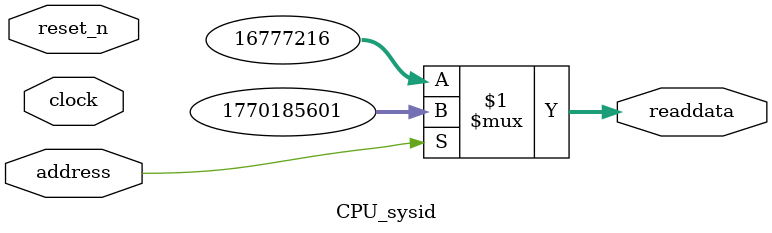
<source format=v>



// synthesis translate_off
`timescale 1ns / 1ps
// synthesis translate_on

// turn off superfluous verilog processor warnings 
// altera message_level Level1 
// altera message_off 10034 10035 10036 10037 10230 10240 10030 

module CPU_sysid (
               // inputs:
                address,
                clock,
                reset_n,

               // outputs:
                readdata
             )
;

  output  [ 31: 0] readdata;
  input            address;
  input            clock;
  input            reset_n;

  wire    [ 31: 0] readdata;
  //control_slave, which is an e_avalon_slave
  assign readdata = address ? 1770185601 : 16777216;

endmodule



</source>
